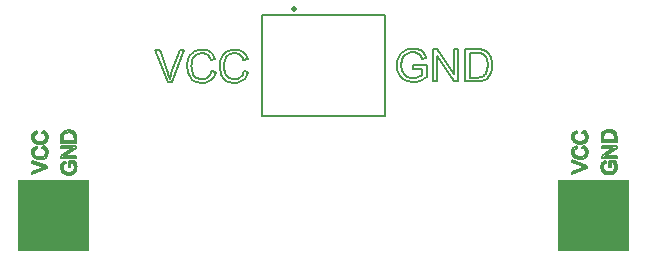
<source format=gto>
%FSLAX33Y33*%
%MOMM*%
%ADD10C,0.15*%
%ADD11C,0.5*%
%ADD12C,0.2032*%
D10*
%LNtop silkscreen_traces*%
%LNtop silkscreen component d884e53a61bc2bc3*%
G01*
X21469Y12209D02*
X21469Y20811D01*
X31871Y20811*
X31871Y12209*
X21469Y12209*
D11*
X24169Y21260D03*
%LNtop silkscreen component 8889ed7dfd5d4ee6*%
G36*
X1321Y1321D02*
X6299Y1321D01*
X6299Y6299D01*
X1321Y6299D01*
X1321Y1321D01*
X0813Y0813D02*
X6807Y0813D01*
X6807Y6807D01*
X0813Y6807D01*
X0813Y0813D01*
G37*
%LNtop silkscreen component d1eda6cb61111443*%
G36*
X47041Y1321D02*
X52019Y1321D01*
X52019Y6299D01*
X47041Y6299D01*
X47041Y1321D01*
X46533Y0813D02*
X52527Y0813D01*
X52527Y6807D01*
X46533Y6807D01*
X46533Y0813D01*
G37*
%LNtext*%
D12*
X2004Y8461D02*
X2004Y8461D01*
X2004Y8290*
X2929Y7947*
X2981Y7928*
X3033Y7910*
X3085Y7893*
X3137Y7878*
X3137Y7877*
X3087Y7863*
X3036Y7847*
X2983Y7829*
X2929Y7810*
X2004Y7480*
X2004Y7298*
X3276Y7791*
X3276Y7963*
X2004Y8461*
X3291Y9258D02*
X3291Y9258D01*
X3271Y9346*
X3237Y9426*
X3189Y9499*
X3128Y9562*
X3055Y9615*
X2970Y9657*
X2873Y9689*
X2831Y9521*
X2906Y9500*
X2906Y9500*
X2971Y9471*
X2971Y9471*
X3027Y9434*
X3027Y9434*
X3073Y9389*
X3073Y9388*
X3109Y9337*
X3109Y9337*
X3134Y9279*
X3134Y9279*
X3150Y9217*
X3150Y9217*
X3155Y9149*
X3155Y9149*
X3151Y9091*
X3151Y9091*
X3140Y9036*
X3140Y9036*
X3121Y8983*
X3121Y8983*
X3095Y8932*
X3095Y8932*
X3061Y8885*
X3061Y8885*
X3019Y8845*
X3019Y8845*
X2970Y8812*
X2970Y8812*
X2913Y8785*
X2913Y8785*
X2850Y8764*
X2850Y8764*
X2782Y8749*
X2782Y8749*
X2708Y8740*
X2708Y8740*
X2630Y8737*
X2630Y8737*
X2567Y8740*
X2567Y8740*
X2506Y8747*
X2506Y8747*
X2445Y8760*
X2445Y8760*
X2385Y8777*
X2385Y8777*
X2329Y8801*
X2329Y8801*
X2279Y8832*
X2279Y8832*
X2234Y8870*
X2234Y8870*
X2196Y8916*
X2196Y8916*
X2165Y8968*
X2165Y8968*
X2143Y9027*
X2143Y9027*
X2130Y9091*
X2130Y9091*
X2126Y9162*
X2126Y9162*
X2130Y9223*
X2130Y9223*
X2142Y9278*
X2142Y9279*
X2161Y9329*
X2161Y9329*
X2189Y9374*
X2189Y9374*
X2226Y9413*
X2226Y9413*
X2272Y9448*
X2272Y9448*
X2327Y9478*
X2327Y9478*
X2391Y9502*
X2353Y9667*
X2270Y9637*
X2197Y9596*
X2133Y9546*
X2080Y9486*
X2037Y9417*
X2007Y9341*
X1989Y9257*
X1983Y9165*
X1987Y9083*
X2002Y9004*
X2026Y8928*
X2059Y8857*
X2102Y8791*
X2154Y8733*
X2215Y8683*
X2284Y8641*
X2361Y8608*
X2445Y8584*
X2535Y8570*
X2631Y8565*
X2720Y8569*
X2807Y8582*
X2891Y8603*
X2972Y8632*
X3046Y8670*
X3112Y8715*
X3168Y8768*
X3214Y8828*
X3251Y8897*
X3277Y8976*
X3293Y9064*
X3298Y9162*
X3291Y9258*
X3291Y10542D02*
X3291Y10542D01*
X3271Y10630*
X3237Y10710*
X3189Y10783*
X3128Y10846*
X3055Y10899*
X2970Y10941*
X2873Y10973*
X2831Y10805*
X2906Y10784*
X2906Y10784*
X2971Y10755*
X2971Y10755*
X3027Y10718*
X3027Y10718*
X3073Y10673*
X3073Y10673*
X3109Y10621*
X3109Y10621*
X3134Y10563*
X3134Y10563*
X3150Y10501*
X3150Y10501*
X3155Y10433*
X3155Y10433*
X3151Y10375*
X3151Y10375*
X3140Y10320*
X3140Y10320*
X3121Y10267*
X3121Y10267*
X3095Y10216*
X3095Y10216*
X3061Y10169*
X3061Y10169*
X3019Y10129*
X3019Y10129*
X2970Y10096*
X2970Y10096*
X2913Y10069*
X2913Y10069*
X2850Y10048*
X2850Y10048*
X2782Y10033*
X2782Y10033*
X2708Y10024*
X2708Y10024*
X2630Y10021*
X2630Y10021*
X2567Y10024*
X2567Y10024*
X2506Y10031*
X2506Y10031*
X2445Y10044*
X2445Y10044*
X2385Y10061*
X2385Y10061*
X2329Y10085*
X2329Y10085*
X2279Y10116*
X2279Y10116*
X2234Y10154*
X2234Y10154*
X2196Y10200*
X2196Y10200*
X2165Y10252*
X2165Y10252*
X2143Y10311*
X2143Y10311*
X2130Y10375*
X2130Y10375*
X2126Y10446*
X2126Y10446*
X2130Y10507*
X2130Y10507*
X2142Y10563*
X2142Y10563*
X2161Y10613*
X2161Y10613*
X2189Y10658*
X2189Y10658*
X2226Y10697*
X2226Y10697*
X2272Y10732*
X2272Y10732*
X2327Y10762*
X2327Y10762*
X2391Y10786*
X2353Y10951*
X2270Y10921*
X2197Y10880*
X2133Y10830*
X2080Y10770*
X2037Y10701*
X2007Y10625*
X1989Y10541*
X1983Y10449*
X1987Y10367*
X2002Y10288*
X2026Y10213*
X2059Y10141*
X2102Y10075*
X2154Y10017*
X2215Y9967*
X2284Y9925*
X2361Y9892*
X2445Y9868*
X2535Y9854*
X2631Y9849*
X2720Y9853*
X2807Y9866*
X2891Y9887*
X2972Y9916*
X3046Y9954*
X3112Y9999*
X3168Y10052*
X3214Y10112*
X3251Y10181*
X3277Y10260*
X3293Y10348*
X3298Y10446*
X3291Y10542*
X47724Y8486D02*
X47724Y8486D01*
X47724Y8316*
X48649Y7972*
X48701Y7953*
X48753Y7935*
X48805Y7919*
X48857Y7903*
X48857Y7903*
X48807Y7888*
X48756Y7872*
X48703Y7855*
X48649Y7836*
X47724Y7505*
X47724Y7324*
X48996Y7816*
X48996Y7989*
X47724Y8486*
X49011Y9283D02*
X49011Y9283D01*
X48991Y9371*
X48957Y9451*
X48909Y9524*
X48848Y9587*
X48775Y9640*
X48690Y9683*
X48593Y9714*
X48551Y9547*
X48626Y9526*
X48626Y9526*
X48691Y9496*
X48691Y9496*
X48747Y9459*
X48747Y9459*
X48793Y9414*
X48793Y9414*
X48829Y9362*
X48829Y9362*
X48854Y9305*
X48854Y9305*
X48870Y9242*
X48870Y9242*
X48875Y9174*
X48875Y9174*
X48871Y9117*
X48871Y9117*
X48860Y9062*
X48860Y9062*
X48841Y9009*
X48841Y9009*
X48815Y8958*
X48815Y8958*
X48781Y8911*
X48781Y8911*
X48739Y8871*
X48739Y8871*
X48690Y8837*
X48690Y8837*
X48633Y8810*
X48633Y8810*
X48570Y8789*
X48570Y8789*
X48502Y8775*
X48502Y8775*
X48428Y8766*
X48428Y8766*
X48350Y8763*
X48350Y8763*
X48287Y8765*
X48287Y8765*
X48226Y8773*
X48226Y8773*
X48165Y8785*
X48165Y8785*
X48105Y8803*
X48105Y8803*
X48049Y8826*
X48049Y8826*
X47999Y8857*
X47999Y8857*
X47954Y8896*
X47954Y8896*
X47916Y8941*
X47916Y8941*
X47885Y8994*
X47885Y8994*
X47863Y9052*
X47863Y9052*
X47850Y9117*
X47850Y9117*
X47846Y9187*
X47846Y9187*
X47850Y9248*
X47850Y9248*
X47862Y9304*
X47862Y9304*
X47881Y9354*
X47881Y9354*
X47909Y9399*
X47909Y9399*
X47946Y9439*
X47946Y9439*
X47992Y9473*
X47992Y9473*
X48047Y9503*
X48047Y9503*
X48111Y9528*
X48073Y9692*
X47990Y9662*
X47917Y9622*
X47853Y9571*
X47800Y9511*
X47757Y9443*
X47727Y9366*
X47709Y9282*
X47703Y9190*
X47707Y9108*
X47722Y9029*
X47746Y8954*
X47779Y8882*
X47822Y8816*
X47874Y8758*
X47935Y8708*
X48004Y8666*
X48081Y8633*
X48165Y8609*
X48255Y8595*
X48351Y8590*
X48440Y8594*
X48527Y8607*
X48611Y8628*
X48692Y8657*
X48766Y8695*
X48832Y8740*
X48888Y8793*
X48934Y8853*
X48971Y8923*
X48997Y9001*
X49013Y9090*
X49018Y9188*
X49011Y9283*
X49011Y10567D02*
X49011Y10567D01*
X48991Y10655*
X48957Y10735*
X48909Y10808*
X48848Y10871*
X48775Y10924*
X48690Y10967*
X48593Y10998*
X48551Y10831*
X48626Y10810*
X48626Y10810*
X48691Y10780*
X48691Y10780*
X48747Y10743*
X48747Y10743*
X48793Y10698*
X48793Y10698*
X48829Y10646*
X48829Y10646*
X48854Y10589*
X48854Y10589*
X48870Y10526*
X48870Y10526*
X48875Y10458*
X48875Y10458*
X48871Y10401*
X48871Y10401*
X48860Y10346*
X48860Y10346*
X48841Y10293*
X48841Y10293*
X48815Y10242*
X48815Y10242*
X48781Y10195*
X48781Y10195*
X48739Y10155*
X48739Y10155*
X48690Y10121*
X48690Y10121*
X48633Y10094*
X48633Y10094*
X48570Y10073*
X48570Y10073*
X48502Y10059*
X48502Y10059*
X48428Y10050*
X48428Y10050*
X48350Y10047*
X48350Y10047*
X48287Y10049*
X48287Y10049*
X48226Y10057*
X48226Y10057*
X48165Y10069*
X48165Y10069*
X48105Y10087*
X48105Y10087*
X48049Y10110*
X48049Y10110*
X47999Y10141*
X47999Y10141*
X47954Y10180*
X47954Y10180*
X47916Y10225*
X47916Y10225*
X47885Y10278*
X47885Y10278*
X47863Y10336*
X47863Y10336*
X47850Y10401*
X47850Y10401*
X47846Y10471*
X47846Y10471*
X47850Y10532*
X47850Y10532*
X47862Y10588*
X47862Y10588*
X47881Y10638*
X47881Y10638*
X47909Y10683*
X47909Y10683*
X47946Y10723*
X47946Y10723*
X47992Y10757*
X47992Y10758*
X48047Y10787*
X48047Y10787*
X48111Y10812*
X48073Y10976*
X47990Y10946*
X47917Y10906*
X47853Y10856*
X47800Y10795*
X47757Y10727*
X47727Y10650*
X47709Y10566*
X47703Y10474*
X47707Y10392*
X47722Y10313*
X47746Y10238*
X47779Y10166*
X47822Y10100*
X47874Y10042*
X47935Y9992*
X48004Y9950*
X48081Y9917*
X48165Y9893*
X48255Y9879*
X48351Y9874*
X48440Y9878*
X48527Y9891*
X48611Y9912*
X48692Y9941*
X48766Y9979*
X48832Y10024*
X48888Y10077*
X48934Y10137*
X48971Y10207*
X48997Y10285*
X49013Y10374*
X49018Y10472*
X49011Y10567*
X51478Y8002D02*
X51478Y8002D01*
X51469Y8070*
X51454Y8137*
X51432Y8204*
X51404Y8269*
X51370Y8334*
X51329Y8397*
X51283Y8460*
X50812Y8460*
X50812Y7921*
X50961Y7921*
X50961Y8295*
X50961Y8296*
X51198Y8296*
X51199Y8296*
X51222Y8265*
X51222Y8265*
X51245Y8229*
X51245Y8229*
X51267Y8186*
X51267Y8186*
X51289Y8137*
X51289Y8137*
X51307Y8085*
X51307Y8085*
X51320Y8032*
X51320Y8032*
X51328Y7978*
X51328Y7978*
X51331Y7924*
X51331Y7924*
X51327Y7861*
X51327Y7861*
X51317Y7801*
X51317Y7801*
X51299Y7742*
X51299Y7742*
X51275Y7685*
X51275Y7685*
X51244Y7633*
X51244Y7633*
X51205Y7587*
X51205Y7587*
X51158Y7547*
X51158Y7547*
X51105Y7515*
X51105Y7515*
X51044Y7489*
X51044Y7489*
X50976Y7471*
X50976Y7471*
X50901Y7460*
X50901Y7460*
X50820Y7456*
X50820Y7456*
X50752Y7459*
X50752Y7459*
X50687Y7468*
X50687Y7468*
X50624Y7483*
X50624Y7483*
X50563Y7505*
X50563Y7505*
X50530Y7520*
X50530Y7520*
X50498Y7539*
X50498Y7539*
X50467Y7561*
X50467Y7561*
X50437Y7585*
X50437Y7585*
X50410Y7613*
X50410Y7613*
X50386Y7645*
X50386Y7645*
X50364Y7681*
X50364Y7681*
X50345Y7721*
X50345Y7721*
X50329Y7765*
X50329Y7765*
X50318Y7813*
X50318Y7813*
X50312Y7865*
X50312Y7865*
X50310Y7921*
X50310Y7921*
X50312Y7968*
X50312Y7968*
X50318Y8013*
X50318Y8013*
X50328Y8056*
X50328Y8056*
X50343Y8096*
X50343Y8097*
X50361Y8134*
X50361Y8134*
X50382Y8166*
X50382Y8167*
X50406Y8195*
X50406Y8195*
X50432Y8218*
X50432Y8218*
X50463Y8239*
X50463Y8239*
X50498Y8257*
X50498Y8257*
X50539Y8274*
X50539Y8274*
X50585Y8289*
X50543Y8440*
X50483Y8422*
X50427Y8400*
X50378Y8374*
X50336Y8344*
X50298Y8310*
X50265Y8269*
X50236Y8222*
X50211Y8169*
X50192Y8112*
X50178Y8051*
X50169Y7987*
X50166Y7920*
X50171Y7828*
X50186Y7741*
X50210Y7660*
X50245Y7584*
X50289Y7516*
X50343Y7456*
X50408Y7404*
X50484Y7361*
X50566Y7327*
X50651Y7303*
X50739Y7288*
X50830Y7283*
X50922Y7288*
X51009Y7303*
X51091Y7327*
X51169Y7361*
X51241Y7405*
X51303Y7458*
X51357Y7521*
X51401Y7593*
X51436Y7671*
X51462Y7754*
X51477Y7842*
X51482Y7933*
X51478Y8002*
X50188Y9709D02*
X50188Y9709D01*
X50188Y9548*
X51187Y9548*
X51188Y9548*
X50188Y8879*
X50188Y8707*
X51460Y8707*
X51460Y8868*
X50460Y8868*
X50460Y8868*
X51460Y9537*
X51460Y9709*
X50188Y9709*
X51459Y10508D02*
X51459Y10508D01*
X51454Y10560*
X51448Y10610*
X51438Y10656*
X51426Y10699*
X51411Y10738*
X51394Y10775*
X51374Y10808*
X51351Y10839*
X51325Y10868*
X51294Y10896*
X51259Y10924*
X51220Y10949*
X51176Y10972*
X51127Y10992*
X51074Y11010*
X51016Y11025*
X50954Y11036*
X50887Y11042*
X50817Y11044*
X50734Y11041*
X50656Y11032*
X50583Y11016*
X50515Y10994*
X50452Y10966*
X50394Y10932*
X50343Y10891*
X50297Y10844*
X50267Y10803*
X50242Y10759*
X50222Y10710*
X50206Y10657*
X50198Y10614*
X50193Y10562*
X50189Y10501*
X50188Y10431*
X50188Y9993*
X51460Y9993*
X51460Y10452*
X51459Y10508*
X51310Y10161D02*
X51310Y10161D01*
X51310Y10433*
X51309Y10492*
X51304Y10545*
X51297Y10591*
X51287Y10630*
X51274Y10664*
X51259Y10694*
X51241Y10721*
X51221Y10744*
X51188Y10773*
X51151Y10798*
X51108Y10819*
X51060Y10838*
X51006Y10852*
X50948Y10863*
X50884Y10869*
X50814Y10871*
X50720Y10867*
X50638Y10855*
X50567Y10834*
X50508Y10805*
X50458Y10771*
X50418Y10733*
X50387Y10691*
X50364Y10646*
X50353Y10607*
X50344Y10558*
X50339Y10498*
X50338Y10428*
X50338Y10161*
X51310Y10161*
X14877Y17814D02*
X14877Y17814D01*
X14510Y17814*
X13773Y15833*
X13733Y15722*
X13695Y15610*
X13659Y15499*
X13626Y15387*
X13626Y15387*
X13595Y15493*
X13561Y15603*
X13523Y15716*
X13482Y15833*
X12774Y17814*
X12384Y17814*
X13440Y15088*
X13810Y15088*
X14877Y17814*
X16584Y15056D02*
X16584Y15056D01*
X16772Y15100*
X16944Y15173*
X17100Y15275*
X17236Y15405*
X17349Y15561*
X17440Y15744*
X17508Y15952*
X17148Y16043*
X17102Y15882*
X17102Y15882*
X17040Y15742*
X17040Y15742*
X16960Y15622*
X16960Y15622*
X16863Y15524*
X16863Y15524*
X16752Y15448*
X16752Y15448*
X16630Y15393*
X16630Y15393*
X16495Y15360*
X16495Y15360*
X16350Y15349*
X16350Y15349*
X16227Y15357*
X16227Y15357*
X16109Y15382*
X16109Y15382*
X15995Y15422*
X15995Y15422*
X15886Y15478*
X15886Y15478*
X15786Y15550*
X15786Y15550*
X15700Y15639*
X15700Y15639*
X15628Y15744*
X15628Y15744*
X15571Y15866*
X15571Y15866*
X15526Y16001*
X15526Y16001*
X15494Y16148*
X15494Y16148*
X15475Y16305*
X15475Y16305*
X15469Y16474*
X15469Y16474*
X15474Y16607*
X15474Y16608*
X15491Y16739*
X15491Y16739*
X15517Y16869*
X15517Y16869*
X15555Y16997*
X15555Y16997*
X15605Y17118*
X15605Y17118*
X15672Y17226*
X15672Y17226*
X15754Y17320*
X15754Y17320*
X15852Y17402*
X15852Y17402*
X15964Y17468*
X15964Y17468*
X16089Y17515*
X16089Y17515*
X16227Y17544*
X16227Y17544*
X16377Y17553*
X16378Y17553*
X16508Y17545*
X16509Y17545*
X16628Y17519*
X16628Y17519*
X16736Y17477*
X16736Y17477*
X16832Y17417*
X16832Y17417*
X16917Y17339*
X16917Y17339*
X16991Y17241*
X16991Y17241*
X17054Y17122*
X17054Y17122*
X17107Y16984*
X17461Y17067*
X17396Y17245*
X17310Y17402*
X17202Y17538*
X17073Y17653*
X16925Y17744*
X16762Y17809*
X16581Y17848*
X16385Y17861*
X16208Y17851*
X16039Y17820*
X15878Y17768*
X15724Y17696*
X15582Y17604*
X15458Y17494*
X15351Y17364*
X15261Y17215*
X15190Y17049*
X15139Y16870*
X15108Y16678*
X15098Y16472*
X15107Y16280*
X15134Y16094*
X15179Y15914*
X15242Y15741*
X15323Y15581*
X15419Y15441*
X15533Y15321*
X15662Y15221*
X15811Y15143*
X15980Y15086*
X16169Y15053*
X16379Y15042*
X16584Y15056*
X19336Y15056D02*
X19336Y15056D01*
X19524Y15100*
X19696Y15173*
X19851Y15275*
X19987Y15405*
X20101Y15561*
X20192Y15744*
X20259Y15952*
X19900Y16043*
X19854Y15882*
X19854Y15882*
X19791Y15742*
X19791Y15742*
X19712Y15622*
X19712Y15622*
X19615Y15524*
X19615Y15524*
X19504Y15448*
X19504Y15448*
X19381Y15393*
X19381Y15393*
X19247Y15360*
X19247Y15360*
X19101Y15349*
X19101Y15349*
X18979Y15357*
X18979Y15357*
X18861Y15382*
X18860Y15382*
X18747Y15422*
X18747Y15422*
X18638Y15478*
X18638Y15478*
X18538Y15550*
X18538Y15550*
X18452Y15639*
X18452Y15639*
X18380Y15744*
X18380Y15744*
X18322Y15866*
X18322Y15866*
X18278Y16001*
X18278Y16001*
X18246Y16148*
X18246Y16148*
X18227Y16305*
X18227Y16305*
X18221Y16474*
X18221Y16474*
X18226Y16607*
X18226Y16608*
X18242Y16739*
X18242Y16739*
X18269Y16869*
X18269Y16869*
X18306Y16997*
X18306Y16997*
X18357Y17118*
X18357Y17118*
X18423Y17226*
X18423Y17226*
X18505Y17320*
X18505Y17320*
X18603Y17402*
X18603Y17402*
X18715Y17468*
X18715Y17468*
X18840Y17515*
X18840Y17515*
X18978Y17544*
X18978Y17544*
X19129Y17553*
X19129Y17553*
X19260Y17545*
X19260Y17545*
X19379Y17519*
X19379Y17519*
X19487Y17477*
X19487Y17477*
X19583Y17417*
X19583Y17417*
X19668Y17339*
X19668Y17339*
X19742Y17241*
X19742Y17241*
X19806Y17122*
X19806Y17122*
X19859Y16984*
X20213Y17067*
X20148Y17245*
X20061Y17402*
X19953Y17538*
X19824Y17653*
X19677Y17744*
X19513Y17809*
X19333Y17848*
X19136Y17861*
X18960Y17851*
X18791Y17820*
X18629Y17768*
X18475Y17696*
X18334Y17604*
X18209Y17494*
X18102Y17364*
X18012Y17215*
X17941Y17049*
X17890Y16870*
X17860Y16678*
X17850Y16472*
X17859Y16280*
X17886Y16094*
X17931Y15914*
X17994Y15741*
X18074Y15581*
X18171Y15441*
X18284Y15321*
X18414Y15221*
X18562Y15143*
X18731Y15086*
X18921Y15053*
X19131Y15042*
X19336Y15056*
X5733Y7977D02*
X5733Y7977D01*
X5724Y8045*
X5708Y8112*
X5686Y8178*
X5658Y8244*
X5624Y8308*
X5584Y8372*
X5538Y8434*
X5066Y8434*
X5067Y7896*
X5215Y7896*
X5215Y8270*
X5216Y8270*
X5453Y8270*
X5453Y8270*
X5477Y8240*
X5477Y8240*
X5500Y8204*
X5500Y8204*
X5522Y8161*
X5522Y8161*
X5543Y8112*
X5543Y8112*
X5562Y8059*
X5562Y8059*
X5575Y8006*
X5575Y8006*
X5583Y7953*
X5583Y7953*
X5585Y7898*
X5585Y7898*
X5582Y7836*
X5582Y7836*
X5571Y7776*
X5571Y7776*
X5554Y7717*
X5554Y7717*
X5530Y7660*
X5530Y7660*
X5498Y7607*
X5498Y7607*
X5459Y7561*
X5459Y7561*
X5413Y7522*
X5413Y7522*
X5359Y7489*
X5359Y7489*
X5298Y7464*
X5298Y7464*
X5231Y7445*
X5231Y7445*
X5156Y7434*
X5156Y7434*
X5074Y7431*
X5074Y7431*
X5006Y7434*
X5006Y7434*
X4941Y7443*
X4941Y7443*
X4878Y7458*
X4878Y7458*
X4818Y7479*
X4818Y7479*
X4784Y7495*
X4784Y7495*
X4752Y7514*
X4752Y7514*
X4721Y7535*
X4721Y7535*
X4692Y7560*
X4692Y7560*
X4665Y7588*
X4665Y7588*
X4640Y7619*
X4640Y7620*
X4618Y7656*
X4618Y7656*
X4599Y7696*
X4599Y7696*
X4584Y7740*
X4584Y7740*
X4573Y7788*
X4573Y7788*
X4566Y7840*
X4566Y7840*
X4564Y7896*
X4564Y7896*
X4566Y7943*
X4566Y7943*
X4573Y7988*
X4573Y7988*
X4583Y8030*
X4583Y8030*
X4598Y8071*
X4598Y8071*
X4616Y8108*
X4616Y8108*
X4637Y8141*
X4637Y8141*
X4660Y8169*
X4660Y8169*
X4687Y8193*
X4687Y8193*
X4717Y8213*
X4717Y8213*
X4753Y8232*
X4753Y8232*
X4794Y8249*
X4794Y8249*
X4839Y8264*
X4798Y8415*
X4737Y8397*
X4682Y8375*
X4633Y8349*
X4590Y8319*
X4552Y8284*
X4519Y8243*
X4490Y8197*
X4466Y8144*
X4446Y8087*
X4432Y8026*
X4424Y7962*
X4421Y7895*
X4426Y7802*
X4441Y7716*
X4465Y7635*
X4499Y7559*
X4543Y7490*
X4598Y7430*
X4663Y7379*
X4738Y7336*
X4820Y7302*
X4905Y7277*
X4993Y7263*
X5085Y7258*
X5176Y7263*
X5263Y7277*
X5346Y7302*
X5424Y7336*
X5495Y7380*
X5558Y7433*
X5611Y7495*
X5656Y7567*
X5691Y7646*
X5716Y7729*
X5731Y7816*
X5736Y7908*
X5733Y7977*
X4443Y9683D02*
X4443Y9683D01*
X4443Y9523*
X5442Y9523*
X5442Y9522*
X4443Y8854*
X4443Y8682*
X5714Y8682*
X5714Y8842*
X4714Y8842*
X4714Y8843*
X5714Y9511*
X5714Y9683*
X4443Y9683*
X5713Y10482D02*
X5713Y10482D01*
X5709Y10535*
X5702Y10585*
X5693Y10631*
X5681Y10673*
X5666Y10713*
X5649Y10749*
X5629Y10782*
X5606Y10813*
X5579Y10843*
X5548Y10871*
X5514Y10898*
X5475Y10923*
X5431Y10946*
X5382Y10967*
X5329Y10985*
X5271Y11000*
X5208Y11010*
X5142Y11017*
X5072Y11019*
X4989Y11016*
X4911Y11006*
X4838Y10991*
X4769Y10969*
X4706Y10941*
X4649Y10906*
X4598Y10865*
X4552Y10818*
X4522Y10778*
X4496Y10733*
X4476Y10685*
X4461Y10632*
X4453Y10589*
X4447Y10536*
X4444Y10475*
X4443Y10405*
X4443Y9968*
X5714Y9968*
X5714Y10426*
X5713Y10482*
X5565Y10135D02*
X5565Y10135D01*
X5565Y10407*
X5563Y10467*
X5559Y10520*
X5552Y10565*
X5541Y10605*
X5528Y10639*
X5513Y10669*
X5495Y10696*
X5475Y10719*
X5443Y10747*
X5405Y10772*
X5362Y10794*
X5314Y10812*
X5261Y10827*
X5202Y10837*
X5138Y10844*
X5069Y10846*
X4975Y10842*
X4893Y10829*
X4822Y10809*
X4762Y10780*
X4713Y10746*
X4673Y10707*
X4641Y10666*
X4619Y10621*
X4607Y10582*
X4599Y10532*
X4594Y10473*
X4592Y10403*
X4592Y10135*
X5565Y10135*
X34398Y15124D02*
X34398Y15124D01*
X34544Y15145*
X34688Y15178*
X34830Y15225*
X34970Y15285*
X35109Y15358*
X35245Y15444*
X35379Y15544*
X35379Y16555*
X34224Y16553*
X34224Y16234*
X35026Y16234*
X35026Y16234*
X35026Y15726*
X35026Y15725*
X34961Y15675*
X34961Y15675*
X34883Y15626*
X34883Y15626*
X34792Y15578*
X34792Y15578*
X34687Y15533*
X34687Y15533*
X34575Y15493*
X34575Y15493*
X34461Y15465*
X34461Y15465*
X34346Y15448*
X34346Y15448*
X34229Y15442*
X34229Y15442*
X34096Y15450*
X34096Y15450*
X33967Y15472*
X33967Y15472*
X33841Y15509*
X33841Y15509*
X33719Y15561*
X33719Y15561*
X33606Y15629*
X33606Y15629*
X33508Y15712*
X33508Y15712*
X33424Y15811*
X33424Y15811*
X33354Y15926*
X33354Y15926*
X33299Y16057*
X33299Y16057*
X33259Y16202*
X33259Y16202*
X33236Y16362*
X33236Y16362*
X33228Y16537*
X33228Y16537*
X33234Y16682*
X33234Y16682*
X33254Y16822*
X33254Y16822*
X33287Y16956*
X33287Y16957*
X33332Y17086*
X33332Y17086*
X33366Y17158*
X33366Y17158*
X33406Y17227*
X33406Y17227*
X33452Y17293*
X33452Y17293*
X33504Y17356*
X33504Y17356*
X33564Y17414*
X33564Y17414*
X33633Y17467*
X33633Y17467*
X33710Y17513*
X33710Y17513*
X33796Y17554*
X33796Y17554*
X33890Y17587*
X33890Y17587*
X33993Y17610*
X33993Y17610*
X34104Y17625*
X34104Y17625*
X34224Y17629*
X34224Y17629*
X34325Y17625*
X34325Y17625*
X34421Y17611*
X34421Y17611*
X34513Y17589*
X34513Y17589*
X34600Y17558*
X34600Y17558*
X34680Y17519*
X34680Y17519*
X34750Y17474*
X34750Y17474*
X34810Y17423*
X34810Y17423*
X34860Y17367*
X34860Y17367*
X34904Y17302*
X34904Y17302*
X34944Y17225*
X34944Y17225*
X34980Y17138*
X34980Y17138*
X35013Y17040*
X35337Y17129*
X35298Y17259*
X35251Y17377*
X35195Y17482*
X35131Y17574*
X35057Y17655*
X34970Y17727*
X34870Y17789*
X34757Y17841*
X34634Y17883*
X34503Y17913*
X34366Y17931*
X34222Y17937*
X34024Y17927*
X33838Y17895*
X33664Y17843*
X33502Y17770*
X33355Y17675*
X33226Y17558*
X33116Y17419*
X33023Y17257*
X32951Y17082*
X32898Y16899*
X32867Y16710*
X32857Y16514*
X32867Y16318*
X32899Y16132*
X32951Y15955*
X33024Y15787*
X33118Y15634*
X33232Y15500*
X33366Y15385*
X33520Y15290*
X33689Y15215*
X33866Y15161*
X34054Y15129*
X34250Y15118*
X34398Y15124*
X38056Y17891D02*
X38056Y17891D01*
X37711Y17891*
X37711Y15749*
X37710Y15749*
X36277Y17891*
X35908Y17891*
X35908Y15164*
X36253Y15164*
X36253Y17307*
X36254Y17308*
X37686Y15164*
X38056Y15164*
X38056Y17891*
X39767Y15167D02*
X39767Y15167D01*
X39880Y15176*
X39986Y15190*
X40085Y15211*
X40177Y15237*
X40261Y15268*
X40339Y15305*
X40410Y15347*
X40476Y15397*
X40540Y15454*
X40600Y15520*
X40658Y15595*
X40713Y15679*
X40762Y15773*
X40806Y15877*
X40844Y15992*
X40876Y16116*
X40899Y16249*
X40912Y16391*
X40917Y16542*
X40910Y16720*
X40890Y16887*
X40857Y17044*
X40810Y17190*
X40750Y17326*
X40676Y17449*
X40588Y17559*
X40487Y17656*
X40400Y17721*
X40305Y17776*
X40200Y17819*
X40088Y17852*
X39994Y17869*
X39883Y17881*
X39752Y17888*
X39602Y17891*
X38663Y17891*
X38663Y15164*
X39647Y15164*
X39767Y15167*
X39024Y15486D02*
X39024Y15486D01*
X39606Y15486*
X39733Y15489*
X39847Y15498*
X39945Y15514*
X40029Y15536*
X40102Y15564*
X40167Y15596*
X40224Y15634*
X40274Y15677*
X40334Y15747*
X40388Y15828*
X40434Y15920*
X40474Y16022*
X40505Y16136*
X40527Y16262*
X40541Y16399*
X40545Y16548*
X40537Y16749*
X40510Y16926*
X40466Y17078*
X40405Y17206*
X40331Y17311*
X40249Y17397*
X40160Y17465*
X40063Y17513*
X39980Y17538*
X39874Y17555*
X39746Y17566*
X39597Y17569*
X39024Y17569*
X39024Y15486*
M02*
</source>
